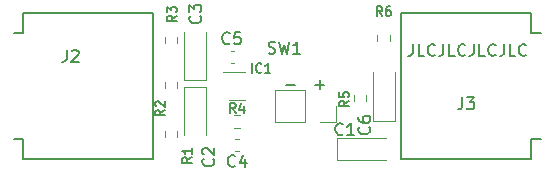
<source format=gbr>
%TF.GenerationSoftware,KiCad,Pcbnew,(6.0.0)*%
%TF.CreationDate,2022-02-18T01:59:25+09:00*%
%TF.ProjectId,mic pre,6d696320-7072-4652-9e6b-696361645f70,rev?*%
%TF.SameCoordinates,Original*%
%TF.FileFunction,Legend,Top*%
%TF.FilePolarity,Positive*%
%FSLAX46Y46*%
G04 Gerber Fmt 4.6, Leading zero omitted, Abs format (unit mm)*
G04 Created by KiCad (PCBNEW (6.0.0)) date 2022-02-18 01:59:25*
%MOMM*%
%LPD*%
G01*
G04 APERTURE LIST*
%ADD10C,0.150000*%
%ADD11C,0.120000*%
%ADD12C,0.127000*%
G04 APERTURE END LIST*
D10*
X162480952Y-96452380D02*
X162480952Y-97166666D01*
X162433333Y-97309523D01*
X162338095Y-97404761D01*
X162195238Y-97452380D01*
X162100000Y-97452380D01*
X163433333Y-97452380D02*
X162957142Y-97452380D01*
X162957142Y-96452380D01*
X164338095Y-97357142D02*
X164290476Y-97404761D01*
X164147619Y-97452380D01*
X164052380Y-97452380D01*
X163909523Y-97404761D01*
X163814285Y-97309523D01*
X163766666Y-97214285D01*
X163719047Y-97023809D01*
X163719047Y-96880952D01*
X163766666Y-96690476D01*
X163814285Y-96595238D01*
X163909523Y-96500000D01*
X164052380Y-96452380D01*
X164147619Y-96452380D01*
X164290476Y-96500000D01*
X164338095Y-96547619D01*
X165052380Y-96452380D02*
X165052380Y-97166666D01*
X165004761Y-97309523D01*
X164909523Y-97404761D01*
X164766666Y-97452380D01*
X164671428Y-97452380D01*
X166004761Y-97452380D02*
X165528571Y-97452380D01*
X165528571Y-96452380D01*
X166909523Y-97357142D02*
X166861904Y-97404761D01*
X166719047Y-97452380D01*
X166623809Y-97452380D01*
X166480952Y-97404761D01*
X166385714Y-97309523D01*
X166338095Y-97214285D01*
X166290476Y-97023809D01*
X166290476Y-96880952D01*
X166338095Y-96690476D01*
X166385714Y-96595238D01*
X166480952Y-96500000D01*
X166623809Y-96452380D01*
X166719047Y-96452380D01*
X166861904Y-96500000D01*
X166909523Y-96547619D01*
X167623809Y-96452380D02*
X167623809Y-97166666D01*
X167576190Y-97309523D01*
X167480952Y-97404761D01*
X167338095Y-97452380D01*
X167242857Y-97452380D01*
X168576190Y-97452380D02*
X168100000Y-97452380D01*
X168100000Y-96452380D01*
X169480952Y-97357142D02*
X169433333Y-97404761D01*
X169290476Y-97452380D01*
X169195238Y-97452380D01*
X169052380Y-97404761D01*
X168957142Y-97309523D01*
X168909523Y-97214285D01*
X168861904Y-97023809D01*
X168861904Y-96880952D01*
X168909523Y-96690476D01*
X168957142Y-96595238D01*
X169052380Y-96500000D01*
X169195238Y-96452380D01*
X169290476Y-96452380D01*
X169433333Y-96500000D01*
X169480952Y-96547619D01*
X170195238Y-96452380D02*
X170195238Y-97166666D01*
X170147619Y-97309523D01*
X170052380Y-97404761D01*
X169909523Y-97452380D01*
X169814285Y-97452380D01*
X171147619Y-97452380D02*
X170671428Y-97452380D01*
X170671428Y-96452380D01*
X172052380Y-97357142D02*
X172004761Y-97404761D01*
X171861904Y-97452380D01*
X171766666Y-97452380D01*
X171623809Y-97404761D01*
X171528571Y-97309523D01*
X171480952Y-97214285D01*
X171433333Y-97023809D01*
X171433333Y-96880952D01*
X171480952Y-96690476D01*
X171528571Y-96595238D01*
X171623809Y-96500000D01*
X171766666Y-96452380D01*
X171861904Y-96452380D01*
X172004761Y-96500000D01*
X172052380Y-96547619D01*
X154219047Y-99871428D02*
X154980952Y-99871428D01*
X154600000Y-100252380D02*
X154600000Y-99490476D01*
X152480952Y-99928571D02*
X151719047Y-99928571D01*
%TO.C,SW1*%
X150266666Y-97204761D02*
X150409523Y-97252380D01*
X150647619Y-97252380D01*
X150742857Y-97204761D01*
X150790476Y-97157142D01*
X150838095Y-97061904D01*
X150838095Y-96966666D01*
X150790476Y-96871428D01*
X150742857Y-96823809D01*
X150647619Y-96776190D01*
X150457142Y-96728571D01*
X150361904Y-96680952D01*
X150314285Y-96633333D01*
X150266666Y-96538095D01*
X150266666Y-96442857D01*
X150314285Y-96347619D01*
X150361904Y-96300000D01*
X150457142Y-96252380D01*
X150695238Y-96252380D01*
X150838095Y-96300000D01*
X151171428Y-96252380D02*
X151409523Y-97252380D01*
X151600000Y-96538095D01*
X151790476Y-97252380D01*
X152028571Y-96252380D01*
X152933333Y-97252380D02*
X152361904Y-97252380D01*
X152647619Y-97252380D02*
X152647619Y-96252380D01*
X152552380Y-96395238D01*
X152457142Y-96490476D01*
X152361904Y-96538095D01*
%TO.C,C5*%
X146958333Y-96357142D02*
X146910714Y-96404761D01*
X146767857Y-96452380D01*
X146672619Y-96452380D01*
X146529761Y-96404761D01*
X146434523Y-96309523D01*
X146386904Y-96214285D01*
X146339285Y-96023809D01*
X146339285Y-95880952D01*
X146386904Y-95690476D01*
X146434523Y-95595238D01*
X146529761Y-95500000D01*
X146672619Y-95452380D01*
X146767857Y-95452380D01*
X146910714Y-95500000D01*
X146958333Y-95547619D01*
X147863095Y-95452380D02*
X147386904Y-95452380D01*
X147339285Y-95928571D01*
X147386904Y-95880952D01*
X147482142Y-95833333D01*
X147720238Y-95833333D01*
X147815476Y-95880952D01*
X147863095Y-95928571D01*
X147910714Y-96023809D01*
X147910714Y-96261904D01*
X147863095Y-96357142D01*
X147815476Y-96404761D01*
X147720238Y-96452380D01*
X147482142Y-96452380D01*
X147386904Y-96404761D01*
X147339285Y-96357142D01*
%TO.C,C6*%
X158757142Y-103466666D02*
X158804761Y-103514285D01*
X158852380Y-103657142D01*
X158852380Y-103752380D01*
X158804761Y-103895238D01*
X158709523Y-103990476D01*
X158614285Y-104038095D01*
X158423809Y-104085714D01*
X158280952Y-104085714D01*
X158090476Y-104038095D01*
X157995238Y-103990476D01*
X157900000Y-103895238D01*
X157852380Y-103752380D01*
X157852380Y-103657142D01*
X157900000Y-103514285D01*
X157947619Y-103466666D01*
X157852380Y-102609523D02*
X157852380Y-102800000D01*
X157900000Y-102895238D01*
X157947619Y-102942857D01*
X158090476Y-103038095D01*
X158280952Y-103085714D01*
X158661904Y-103085714D01*
X158757142Y-103038095D01*
X158804761Y-102990476D01*
X158852380Y-102895238D01*
X158852380Y-102704761D01*
X158804761Y-102609523D01*
X158757142Y-102561904D01*
X158661904Y-102514285D01*
X158423809Y-102514285D01*
X158328571Y-102561904D01*
X158280952Y-102609523D01*
X158233333Y-102704761D01*
X158233333Y-102895238D01*
X158280952Y-102990476D01*
X158328571Y-103038095D01*
X158423809Y-103085714D01*
%TO.C,R2*%
X141461904Y-102033333D02*
X141080952Y-102300000D01*
X141461904Y-102490476D02*
X140661904Y-102490476D01*
X140661904Y-102185714D01*
X140700000Y-102109523D01*
X140738095Y-102071428D01*
X140814285Y-102033333D01*
X140928571Y-102033333D01*
X141004761Y-102071428D01*
X141042857Y-102109523D01*
X141080952Y-102185714D01*
X141080952Y-102490476D01*
X140738095Y-101728571D02*
X140700000Y-101690476D01*
X140661904Y-101614285D01*
X140661904Y-101423809D01*
X140700000Y-101347619D01*
X140738095Y-101309523D01*
X140814285Y-101271428D01*
X140890476Y-101271428D01*
X141004761Y-101309523D01*
X141461904Y-101766666D01*
X141461904Y-101271428D01*
%TO.C,R1*%
X143761904Y-106033333D02*
X143380952Y-106300000D01*
X143761904Y-106490476D02*
X142961904Y-106490476D01*
X142961904Y-106185714D01*
X143000000Y-106109523D01*
X143038095Y-106071428D01*
X143114285Y-106033333D01*
X143228571Y-106033333D01*
X143304761Y-106071428D01*
X143342857Y-106109523D01*
X143380952Y-106185714D01*
X143380952Y-106490476D01*
X143761904Y-105271428D02*
X143761904Y-105728571D01*
X143761904Y-105500000D02*
X142961904Y-105500000D01*
X143076190Y-105576190D01*
X143152380Y-105652380D01*
X143190476Y-105728571D01*
%TO.C,R4*%
X147466666Y-102261904D02*
X147200000Y-101880952D01*
X147009523Y-102261904D02*
X147009523Y-101461904D01*
X147314285Y-101461904D01*
X147390476Y-101500000D01*
X147428571Y-101538095D01*
X147466666Y-101614285D01*
X147466666Y-101728571D01*
X147428571Y-101804761D01*
X147390476Y-101842857D01*
X147314285Y-101880952D01*
X147009523Y-101880952D01*
X148152380Y-101728571D02*
X148152380Y-102261904D01*
X147961904Y-101423809D02*
X147771428Y-101995238D01*
X148266666Y-101995238D01*
%TO.C,IC1*%
X148819047Y-98861904D02*
X148819047Y-98061904D01*
X149657142Y-98785714D02*
X149619047Y-98823809D01*
X149504761Y-98861904D01*
X149428571Y-98861904D01*
X149314285Y-98823809D01*
X149238095Y-98747619D01*
X149200000Y-98671428D01*
X149161904Y-98519047D01*
X149161904Y-98404761D01*
X149200000Y-98252380D01*
X149238095Y-98176190D01*
X149314285Y-98100000D01*
X149428571Y-98061904D01*
X149504761Y-98061904D01*
X149619047Y-98100000D01*
X149657142Y-98138095D01*
X150419047Y-98861904D02*
X149961904Y-98861904D01*
X150190476Y-98861904D02*
X150190476Y-98061904D01*
X150114285Y-98176190D01*
X150038095Y-98252380D01*
X149961904Y-98290476D01*
%TO.C,R6*%
X159866666Y-94061904D02*
X159600000Y-93680952D01*
X159409523Y-94061904D02*
X159409523Y-93261904D01*
X159714285Y-93261904D01*
X159790476Y-93300000D01*
X159828571Y-93338095D01*
X159866666Y-93414285D01*
X159866666Y-93528571D01*
X159828571Y-93604761D01*
X159790476Y-93642857D01*
X159714285Y-93680952D01*
X159409523Y-93680952D01*
X160552380Y-93261904D02*
X160400000Y-93261904D01*
X160323809Y-93300000D01*
X160285714Y-93338095D01*
X160209523Y-93452380D01*
X160171428Y-93604761D01*
X160171428Y-93909523D01*
X160209523Y-93985714D01*
X160247619Y-94023809D01*
X160323809Y-94061904D01*
X160476190Y-94061904D01*
X160552380Y-94023809D01*
X160590476Y-93985714D01*
X160628571Y-93909523D01*
X160628571Y-93719047D01*
X160590476Y-93642857D01*
X160552380Y-93604761D01*
X160476190Y-93566666D01*
X160323809Y-93566666D01*
X160247619Y-93604761D01*
X160209523Y-93642857D01*
X160171428Y-93719047D01*
%TO.C,J3*%
X166666532Y-100952160D02*
X166666532Y-101666733D01*
X166618894Y-101809648D01*
X166523618Y-101904924D01*
X166380703Y-101952562D01*
X166285427Y-101952562D01*
X167047638Y-100952160D02*
X167666934Y-100952160D01*
X167333467Y-101333266D01*
X167476381Y-101333266D01*
X167571658Y-101380904D01*
X167619296Y-101428542D01*
X167666934Y-101523819D01*
X167666934Y-101762010D01*
X167619296Y-101857286D01*
X167571658Y-101904924D01*
X167476381Y-101952562D01*
X167190552Y-101952562D01*
X167095276Y-101904924D01*
X167047638Y-101857286D01*
%TO.C,R5*%
X157061904Y-101233333D02*
X156680952Y-101500000D01*
X157061904Y-101690476D02*
X156261904Y-101690476D01*
X156261904Y-101385714D01*
X156300000Y-101309523D01*
X156338095Y-101271428D01*
X156414285Y-101233333D01*
X156528571Y-101233333D01*
X156604761Y-101271428D01*
X156642857Y-101309523D01*
X156680952Y-101385714D01*
X156680952Y-101690476D01*
X156261904Y-100509523D02*
X156261904Y-100890476D01*
X156642857Y-100928571D01*
X156604761Y-100890476D01*
X156566666Y-100814285D01*
X156566666Y-100623809D01*
X156604761Y-100547619D01*
X156642857Y-100509523D01*
X156719047Y-100471428D01*
X156909523Y-100471428D01*
X156985714Y-100509523D01*
X157023809Y-100547619D01*
X157061904Y-100623809D01*
X157061904Y-100814285D01*
X157023809Y-100890476D01*
X156985714Y-100928571D01*
%TO.C,C2*%
X145557142Y-106166666D02*
X145604761Y-106214285D01*
X145652380Y-106357142D01*
X145652380Y-106452380D01*
X145604761Y-106595238D01*
X145509523Y-106690476D01*
X145414285Y-106738095D01*
X145223809Y-106785714D01*
X145080952Y-106785714D01*
X144890476Y-106738095D01*
X144795238Y-106690476D01*
X144700000Y-106595238D01*
X144652380Y-106452380D01*
X144652380Y-106357142D01*
X144700000Y-106214285D01*
X144747619Y-106166666D01*
X144747619Y-105785714D02*
X144700000Y-105738095D01*
X144652380Y-105642857D01*
X144652380Y-105404761D01*
X144700000Y-105309523D01*
X144747619Y-105261904D01*
X144842857Y-105214285D01*
X144938095Y-105214285D01*
X145080952Y-105261904D01*
X145652380Y-105833333D01*
X145652380Y-105214285D01*
%TO.C,C1*%
X156533333Y-104057142D02*
X156485714Y-104104761D01*
X156342857Y-104152380D01*
X156247619Y-104152380D01*
X156104761Y-104104761D01*
X156009523Y-104009523D01*
X155961904Y-103914285D01*
X155914285Y-103723809D01*
X155914285Y-103580952D01*
X155961904Y-103390476D01*
X156009523Y-103295238D01*
X156104761Y-103200000D01*
X156247619Y-103152380D01*
X156342857Y-103152380D01*
X156485714Y-103200000D01*
X156533333Y-103247619D01*
X157485714Y-104152380D02*
X156914285Y-104152380D01*
X157200000Y-104152380D02*
X157200000Y-103152380D01*
X157104761Y-103295238D01*
X157009523Y-103390476D01*
X156914285Y-103438095D01*
%TO.C,C4*%
X147433333Y-106757142D02*
X147385714Y-106804761D01*
X147242857Y-106852380D01*
X147147619Y-106852380D01*
X147004761Y-106804761D01*
X146909523Y-106709523D01*
X146861904Y-106614285D01*
X146814285Y-106423809D01*
X146814285Y-106280952D01*
X146861904Y-106090476D01*
X146909523Y-105995238D01*
X147004761Y-105900000D01*
X147147619Y-105852380D01*
X147242857Y-105852380D01*
X147385714Y-105900000D01*
X147433333Y-105947619D01*
X148290476Y-106185714D02*
X148290476Y-106852380D01*
X148052380Y-105804761D02*
X147814285Y-106519047D01*
X148433333Y-106519047D01*
%TO.C,C3*%
X144457142Y-94066666D02*
X144504761Y-94114285D01*
X144552380Y-94257142D01*
X144552380Y-94352380D01*
X144504761Y-94495238D01*
X144409523Y-94590476D01*
X144314285Y-94638095D01*
X144123809Y-94685714D01*
X143980952Y-94685714D01*
X143790476Y-94638095D01*
X143695238Y-94590476D01*
X143600000Y-94495238D01*
X143552380Y-94352380D01*
X143552380Y-94257142D01*
X143600000Y-94114285D01*
X143647619Y-94066666D01*
X143552380Y-93733333D02*
X143552380Y-93114285D01*
X143933333Y-93447619D01*
X143933333Y-93304761D01*
X143980952Y-93209523D01*
X144028571Y-93161904D01*
X144123809Y-93114285D01*
X144361904Y-93114285D01*
X144457142Y-93161904D01*
X144504761Y-93209523D01*
X144552380Y-93304761D01*
X144552380Y-93590476D01*
X144504761Y-93685714D01*
X144457142Y-93733333D01*
%TO.C,J2*%
X133166532Y-96952160D02*
X133166532Y-97666733D01*
X133118894Y-97809648D01*
X133023618Y-97904924D01*
X132880703Y-97952562D01*
X132785427Y-97952562D01*
X133595276Y-97047437D02*
X133642914Y-96999799D01*
X133738190Y-96952160D01*
X133976381Y-96952160D01*
X134071658Y-96999799D01*
X134119296Y-97047437D01*
X134166934Y-97142713D01*
X134166934Y-97237989D01*
X134119296Y-97380904D01*
X133547638Y-97952562D01*
X134166934Y-97952562D01*
%TO.C,R3*%
X142461904Y-94033333D02*
X142080952Y-94300000D01*
X142461904Y-94490476D02*
X141661904Y-94490476D01*
X141661904Y-94185714D01*
X141700000Y-94109523D01*
X141738095Y-94071428D01*
X141814285Y-94033333D01*
X141928571Y-94033333D01*
X142004761Y-94071428D01*
X142042857Y-94109523D01*
X142080952Y-94185714D01*
X142080952Y-94490476D01*
X141661904Y-93766666D02*
X141661904Y-93271428D01*
X141966666Y-93538095D01*
X141966666Y-93423809D01*
X142004761Y-93347619D01*
X142042857Y-93309523D01*
X142119047Y-93271428D01*
X142309523Y-93271428D01*
X142385714Y-93309523D01*
X142423809Y-93347619D01*
X142461904Y-93423809D01*
X142461904Y-93652380D01*
X142423809Y-93728571D01*
X142385714Y-93766666D01*
D11*
%TO.C,C5*%
X147346267Y-98010000D02*
X147053733Y-98010000D01*
X147346267Y-96990000D02*
X147053733Y-96990000D01*
%TO.C,C6*%
X159065000Y-102922500D02*
X160935000Y-102922500D01*
X159065000Y-98837500D02*
X159065000Y-102922500D01*
X160935000Y-102922500D02*
X160935000Y-98837500D01*
%TO.C,R2*%
X142522500Y-100167224D02*
X142522500Y-99657776D01*
X141477500Y-100167224D02*
X141477500Y-99657776D01*
%TO.C,R1*%
X142522500Y-103832776D02*
X142522500Y-104342224D01*
X141477500Y-103832776D02*
X141477500Y-104342224D01*
%TO.C,R4*%
X147320276Y-103522500D02*
X147829724Y-103522500D01*
X147320276Y-102477500D02*
X147829724Y-102477500D01*
%TO.C,IC1*%
X148275000Y-98840000D02*
X146375000Y-98840000D01*
X146875000Y-101160000D02*
X148275000Y-101160000D01*
%TO.C,R6*%
X159477500Y-96154724D02*
X159477500Y-95645276D01*
X160522500Y-96154724D02*
X160522500Y-95645276D01*
%TO.C,J1*%
X153370000Y-100370000D02*
X153370000Y-103030000D01*
X153370000Y-103030000D02*
X150770000Y-103030000D01*
X150770000Y-100370000D02*
X150770000Y-103030000D01*
X155970000Y-101700000D02*
X155970000Y-103030000D01*
X153370000Y-100370000D02*
X150770000Y-100370000D01*
X155970000Y-103030000D02*
X154640000Y-103030000D01*
D12*
%TO.C,J3*%
X161500000Y-93800000D02*
X172500000Y-93800000D01*
X161500000Y-106200000D02*
X161500000Y-93800000D01*
X172500000Y-106200000D02*
X172500000Y-104500000D01*
X172500000Y-104500000D02*
X173300000Y-104500000D01*
X172500000Y-95500000D02*
X172500000Y-93800000D01*
X161500000Y-106200000D02*
X172500000Y-106200000D01*
X172500000Y-95500000D02*
X173300000Y-95500000D01*
D11*
%TO.C,R5*%
X157477500Y-100745276D02*
X157477500Y-101254724D01*
X158522500Y-100745276D02*
X158522500Y-101254724D01*
%TO.C,C2*%
X143065000Y-100077500D02*
X143065000Y-104162500D01*
X144935000Y-100077500D02*
X143065000Y-100077500D01*
X144935000Y-104162500D02*
X144935000Y-100077500D01*
%TO.C,C1*%
X156077500Y-104365000D02*
X156077500Y-106235000D01*
X156077500Y-106235000D02*
X160162500Y-106235000D01*
X160162500Y-104365000D02*
X156077500Y-104365000D01*
%TO.C,C4*%
X147428733Y-104490000D02*
X147721267Y-104490000D01*
X147428733Y-105510000D02*
X147721267Y-105510000D01*
%TO.C,C3*%
X143065000Y-99485000D02*
X144935000Y-99485000D01*
X143065000Y-95400000D02*
X143065000Y-99485000D01*
X144935000Y-99485000D02*
X144935000Y-95400000D01*
D12*
%TO.C,J2*%
X129500000Y-104500000D02*
X129500000Y-106200000D01*
X140500000Y-93800000D02*
X140500000Y-106200000D01*
X140500000Y-106200000D02*
X129500000Y-106200000D01*
X129500000Y-93800000D02*
X129500000Y-95500000D01*
X140500000Y-93800000D02*
X129500000Y-93800000D01*
X129500000Y-104500000D02*
X128700000Y-104500000D01*
X129500000Y-95500000D02*
X128700000Y-95500000D01*
D11*
%TO.C,R3*%
X142522500Y-96342224D02*
X142522500Y-95832776D01*
X141477500Y-96342224D02*
X141477500Y-95832776D01*
%TD*%
M02*

</source>
